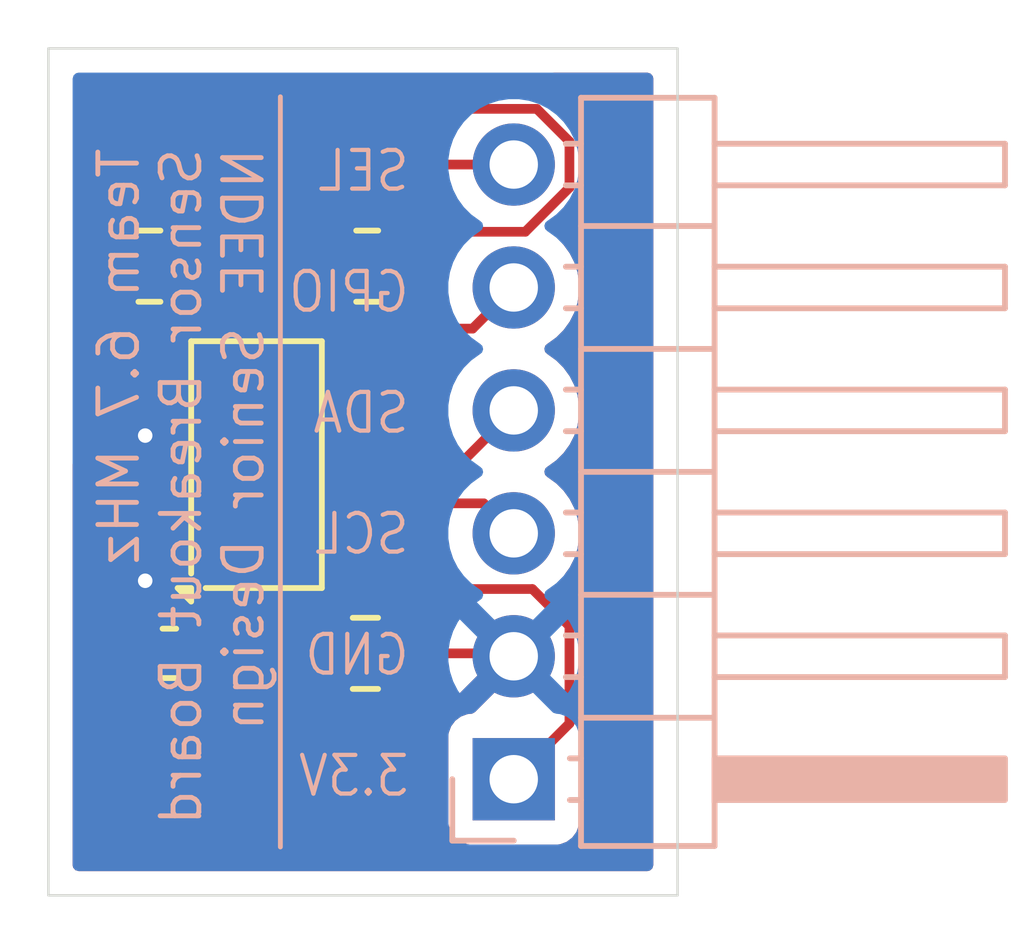
<source format=kicad_pcb>
(kicad_pcb (version 20241229) (generator "pcbnew") (generator_version "9.0")
  (layers (0 "F.Cu" signal) (2 "B.Cu" signal) (13 "F.Paste" user) (15 "B.Paste" user) (5 "F.SilkS" user "F.Silkscreen") (7 "B.SilkS" user "B.Silkscreen") (1 "F.Mask" user) (3 "B.Mask" user) (25 "Edge.Cuts" user))
  (net 0 "")
  (net 1 "GND")
  (net 2 "+3.3V")
  (net 3 "MCU_SCL")
  (net 4 "MCU_SDA")
  (net 5 "SENSOR_GPIO")
  (net 6 "SENSOR_SELECT")
  (footprint "Capacitor_SMD:C_0603_1608Metric" (layer "F.Cu") (at 136.5 79.5 180)
    (property "Reference" "C2" (hide yes))
    (property "Value" "100n" (hide yes))
    (fp_line (start -0.14058 0.51) (end 0.14058 0.51) (stroke (width 0.12)) (layer "F.SilkS"))
    (fp_line (start -0.14058 -0.51) (end 0.14058 -0.51) (stroke (width 0.12)) (layer "F.SilkS"))
    (pad "1" smd roundrect (at -0.775 0 180) (size 0.9 0.95) (layers "F.Cu" "F.Mask" "F.Paste") (net 2 "+3.3V"))
    (pad "2" smd roundrect (at 0.775 0 180) (size 0.9 0.95) (layers "F.Cu" "F.Mask" "F.Paste") (net 1 "GND"))
  )
  (footprint "Resistor_SMD:R_0805_2012Metric" (layer "F.Cu") (at 140.5875 71.5 180)
    (property "Reference" "R2" (hide yes))
    (property "Value" "10k" (hide yes))
    (fp_line (start -0.227064 0.735) (end 0.227064 0.735) (stroke (width 0.12)) (layer "F.SilkS"))
    (fp_line (start -0.227064 -0.735) (end 0.227064 -0.735) (stroke (width 0.12)) (layer "F.SilkS"))
    (pad "1" smd roundrect (at -0.9125 0 180) (size 1.025 1.4) (layers "F.Cu" "F.Mask" "F.Paste") (roundrect_rratio 0.243902) (net 2 "+3.3V"))
    (pad "2" smd roundrect (at 0.9125 0 180) (size 1.025 1.4) (layers "F.Cu" "F.Mask" "F.Paste") (roundrect_rratio 0.243902) (net 5 "SENSOR_GPIO"))
  )
  (footprint "Sensor_Distance:ST_VL53L1x" (layer "F.Cu") (at 138.3 75.6 90)
    (property "Reference" "U1" (hide yes))
    (property "Value" "VL53L0CXV0DH1" (hide yes))
    (fp_line (start 2.55 -1.35) (end -2.25 -1.35) (stroke (width 0.12)) (layer "F.SilkS"))
    (fp_line (start -2.55 -1.05) (end -2.55 1.35) (stroke (width 0.12)) (layer "F.SilkS"))
    (fp_line (start 2.55 1.35) (end 2.55 -1.35) (stroke (width 0.12)) (layer "F.SilkS"))
    (fp_line (start -2.55 1.35) (end 2.55 1.35) (stroke (width 0.12)) (layer "F.SilkS"))
    (fp_poly (pts (xy -2.55 -1.35) (xy -2.83 -1.35) (xy -2.55 -1.63) (xy -2.55 -1.35)) (stroke (width 0.12)) (fill yes) (layer "F.SilkS"))
    (pad "1" smd roundrect (at -1.74 -0.675 90) (size 0.38 0.25) (layers "F.Cu" "F.Mask" "F.Paste") (net 2 "+3.3V"))
    (pad "1" smd roundrect (at -1.6 -0.8 90) (size 0.5 0.5) (layers "F.Cu" "F.Mask" "F.Paste") (net 2 "+3.3V"))
    (pad "2" smd roundrect (at -0.8 -0.8 90) (size 0.5 0.5) (layers "F.Cu" "F.Mask" "F.Paste") (net 1 "GND"))
    (pad "3" smd roundrect (at 0 -0.8 90) (size 0.5 0.5) (layers "F.Cu" "F.Mask" "F.Paste") (net 1 "GND"))
    (pad "4" smd roundrect (at 0.8 -0.8 90) (size 0.5 0.5) (layers "F.Cu" "F.Mask" "F.Paste") (net 1 "GND"))
    (pad "5" smd roundrect (at 1.6 -0.8 90) (size 0.5 0.5) (layers "F.Cu" "F.Mask" "F.Paste") (net 6 "SENSOR_SELECT"))
    (pad "6" smd roundrect (at 1.6 0 90) (size 0.5 0.5) (layers "F.Cu" "F.Mask" "F.Paste") (net 1 "GND"))
    (pad "7" smd roundrect (at 1.6 0.8 90) (size 0.5 0.5) (layers "F.Cu" "F.Mask" "F.Paste") (net 5 "SENSOR_GPIO"))
    (pad "8" smd roundrect (at 0.8 0.8 90) (size 0.5 0.5) (layers "F.Cu" "F.Mask" "F.Paste"))
    (pad "9" smd roundrect (at 0 0.8 90) (size 0.5 0.5) (layers "F.Cu" "F.Mask" "F.Paste") (net 4 "MCU_SDA"))
    (pad "10" smd roundrect (at -0.8 0.8 90) (size 0.5 0.5) (layers "F.Cu" "F.Mask" "F.Paste") (net 3 "MCU_SCL"))
    (pad "11" smd roundrect (at -1.6 0.8 90) (size 0.5 0.5) (layers "F.Cu" "F.Mask" "F.Paste") (net 2 "+3.3V"))
    (pad "12" smd roundrect (at -1.6 0 90) (size 0.5 0.5) (layers "F.Cu" "F.Mask" "F.Paste") (net 1 "GND"))
  )
  (footprint "Capacitor_SMD:C_0805_2012Metric" (layer "F.Cu") (at 140.55 79.5)
    (property "Reference" "C1" (hide yes))
    (property "Value" "4.7u" (hide yes))
    (fp_line (start -0.261252 -0.735) (end 0.261252 -0.735) (stroke (width 0.12)) (layer "F.SilkS"))
    (fp_line (start -0.261252 0.735) (end 0.261252 0.735) (stroke (width 0.12)) (layer "F.SilkS"))
    (pad "1" smd roundrect (at -0.95 0) (size 1 1.45) (layers "F.Cu" "F.Mask" "F.Paste") (net 2 "+3.3V"))
    (pad "2" smd roundrect (at 0.95 0) (size 1 1.45) (layers "F.Cu" "F.Mask" "F.Paste") (net 1 "GND"))
  )
  (footprint "Resistor_SMD:R_0805_2012Metric" (layer "F.Cu") (at 136.0875 71.5)
    (property "Reference" "R1" (hide yes))
    (property "Value" "10k" (hide yes))
    (fp_line (start -0.227064 -0.735) (end 0.227064 -0.735) (stroke (width 0.12)) (layer "F.SilkS"))
    (fp_line (start -0.227064 0.735) (end 0.227064 0.735) (stroke (width 0.12)) (layer "F.SilkS"))
    (pad "1" smd roundrect (at -0.9125 0) (size 1.025 1.4) (layers "F.Cu" "F.Mask" "F.Paste") (roundrect_rratio 0.243902) (net 2 "+3.3V"))
    (pad "2" smd roundrect (at 0.9125 0) (size 1.025 1.4) (layers "F.Cu" "F.Mask" "F.Paste") (roundrect_rratio 0.243902) (net 6 "SENSOR_SELECT"))
  )
  (footprint "Connector_PinHeader_2.54mm:PinHeader_1x06_P2.54mm_Horizontal" (layer "B.Cu") (at 143.615 82.1)
    (property "Reference" "J1" (hide yes))
    (property "Value" "Conn_01x06_Pin" (hide yes))
    (fp_line (start -1.27 0) (end -1.27 1.27) (stroke (width 0.12)) (layer "B.SilkS"))
    (fp_line (start -1.27 1.27) (end 0 1.27) (stroke (width 0.12)) (layer "B.SilkS"))
    (fp_line (start 1.077358 -13.13) (end 1.39 -13.13) (stroke (width 0.12)) (layer "B.SilkS"))
    (fp_line (start 1.077358 -12.27) (end 1.39 -12.27) (stroke (width 0.12)) (layer "B.SilkS"))
    (fp_line (start 1.077358 -10.59) (end 1.39 -10.59) (stroke (width 0.12)) (layer "B.SilkS"))
    (fp_line (start 1.077358 -9.73) (end 1.39 -9.73) (stroke (width 0.12)) (layer "B.SilkS"))
    (fp_line (start 1.077358 -8.05) (end 1.39 -8.05) (stroke (width 0.12)) (layer "B.SilkS"))
    (fp_line (start 1.077358 -7.19) (end 1.39 -7.19) (stroke (width 0.12)) (layer "B.SilkS"))
    (fp_line (start 1.077358 -5.51) (end 1.39 -5.51) (stroke (width 0.12)) (layer "B.SilkS"))
    (fp_line (start 1.077358 -4.65) (end 1.39 -4.65) (stroke (width 0.12)) (layer "B.SilkS"))
    (fp_line (start 1.077358 -2.97) (end 1.39 -2.97) (stroke (width 0.12)) (layer "B.SilkS"))
    (fp_line (start 1.077358 -2.11) (end 1.39 -2.11) (stroke (width 0.12)) (layer "B.SilkS"))
    (fp_line (start 1.16 -0.43) (end 1.39 -0.43) (stroke (width 0.12)) (layer "B.SilkS"))
    (fp_line (start 1.16 0.43) (end 1.39 0.43) (stroke (width 0.12)) (layer "B.SilkS"))
    (fp_line (start 1.39 -14.08) (end 4.15 -14.08) (stroke (width 0.12)) (layer "B.SilkS"))
    (fp_line (start 1.39 -11.43) (end 4.15 -11.43) (stroke (width 0.12)) (layer "B.SilkS"))
    (fp_line (start 1.39 -8.89) (end 4.15 -8.89) (stroke (width 0.12)) (layer "B.SilkS"))
    (fp_line (start 1.39 -6.35) (end 4.15 -6.35) (stroke (width 0.12)) (layer "B.SilkS"))
    (fp_line (start 1.39 -3.81) (end 4.15 -3.81) (stroke (width 0.12)) (layer "B.SilkS"))
    (fp_line (start 1.39 -1.27) (end 4.15 -1.27) (stroke (width 0.12)) (layer "B.SilkS"))
    (fp_line (start 1.39 1.38) (end 1.39 -14.08) (stroke (width 0.12)) (layer "B.SilkS"))
    (fp_line (start 4.15 -14.08) (end 4.15 1.38) (stroke (width 0.12)) (layer "B.SilkS"))
    (fp_line (start 4.15 -12.27) (end 10.15 -12.27) (stroke (width 0.12)) (layer "B.SilkS"))
    (fp_line (start 4.15 -9.73) (end 10.15 -9.73) (stroke (width 0.12)) (layer "B.SilkS"))
    (fp_line (start 4.15 -7.19) (end 10.15 -7.19) (stroke (width 0.12)) (layer "B.SilkS"))
    (fp_line (start 4.15 -4.65) (end 10.15 -4.65) (stroke (width 0.12)) (layer "B.SilkS"))
    (fp_line (start 4.15 -2.11) (end 10.15 -2.11) (stroke (width 0.12)) (layer "B.SilkS"))
    (fp_line (start 4.15 1.38) (end 1.39 1.38) (stroke (width 0.12)) (layer "B.SilkS"))
    (fp_line (start 10.15 -13.13) (end 4.15 -13.13) (stroke (width 0.12)) (layer "B.SilkS"))
    (fp_line (start 10.15 -12.27) (end 10.15 -13.13) (stroke (width 0.12)) (layer "B.SilkS"))
    (fp_line (start 10.15 -10.59) (end 4.15 -10.59) (stroke (width 0.12)) (layer "B.SilkS"))
    (fp_line (start 10.15 -9.73) (end 10.15 -10.59) (stroke (width 0.12)) (layer "B.SilkS"))
    (fp_line (start 10.15 -8.05) (end 4.15 -8.05) (stroke (width 0.12)) (layer "B.SilkS"))
    (fp_line (start 10.15 -7.19) (end 10.15 -8.05) (stroke (width 0.12)) (layer "B.SilkS"))
    (fp_line (start 10.15 -5.51) (end 4.15 -5.51) (stroke (width 0.12)) (layer "B.SilkS"))
    (fp_line (start 10.15 -4.65) (end 10.15 -5.51) (stroke (width 0.12)) (layer "B.SilkS"))
    (fp_line (start 10.15 -2.97) (end 4.15 -2.97) (stroke (width 0.12)) (layer "B.SilkS"))
    (fp_line (start 10.15 -2.11) (end 10.15 -2.97) (stroke (width 0.12)) (layer "B.SilkS"))
    (fp_rect (start 4.15 0.43) (end 10.15 -0.43) (stroke (width 0.12)) (fill yes) (layer "B.SilkS"))
    (pad "1" thru_hole rect (at 0 0) (size 1.7 1.7) (drill 1) (layers "*.Cu" "*.Mask") (net 2 "+3.3V"))
    (pad "2" thru_hole circle (at 0 -2.54) (size 1.7 1.7) (drill 1) (layers "*.Cu" "*.Mask") (net 1 "GND"))
    (pad "3" thru_hole circle (at 0 -5.08) (size 1.7 1.7) (drill 1) (layers "*.Cu" "*.Mask") (net 3 "MCU_SCL"))
    (pad "4" thru_hole circle (at 0 -7.62) (size 1.7 1.7) (drill 1) (layers "*.Cu" "*.Mask") (net 4 "MCU_SDA"))
    (pad "5" thru_hole circle (at 0 -10.16) (size 1.7 1.7) (drill 1) (layers "*.Cu" "*.Mask") (net 5 "SENSOR_GPIO"))
    (pad "6" thru_hole circle (at 0 -12.7) (size 1.7 1.7) (drill 1) (layers "*.Cu" "*.Mask") (net 6 "SENSOR_SELECT"))
  )
  (gr_line (start 138.793329 68) (end 138.793329 83.5) (stroke (width 0.1)) (layer "B.SilkS"))
  (gr_rect (start 134 67) (end 147 84.5) (stroke (width 0.05)) (fill no) (layer "Edge.Cuts"))
  (gr_text "Team 6.7 MHz\nSensor Breakout Board\nNDEE Senior Design" (at 138.5 69 90) (layer "B.SilkS") (effects (font (size 0.8 0.8) (thickness 0.1)) (justify left bottom mirror)))
  (gr_text "3.3V" (at 141.5 82.5 0) (layer "B.SilkS") (effects (font (size 0.8 0.7) (thickness 0.0875)) (justify left bottom mirror)))
  (gr_text "GPIO" (at 141.5 72.5 0) (layer "B.SilkS") (effects (font (size 0.8 0.7) (thickness 0.0875)) (justify left bottom mirror)))
  (gr_text "SDA" (at 141.5 75 0) (layer "B.SilkS") (effects (font (size 0.8 0.7) (thickness 0.0875)) (justify left bottom mirror)))
  (gr_text "GND" (at 141.5 80 0) (layer "B.SilkS") (effects (font (size 0.8 0.7) (thickness 0.0875)) (justify left bottom mirror)))
  (gr_text "SEL" (at 141.5 70 0) (layer "B.SilkS") (effects (font (size 0.8 0.7) (thickness 0.0875)) (justify left bottom mirror)))
  (gr_text "SCL" (at 141.5 77.5 0) (layer "B.SilkS") (effects (font (size 0.8 0.7) (thickness 0.0875)) (justify left bottom mirror)))
  (segment (start 140.474 80.526) (end 136.751 80.526) (width 0.2) (layer "F.Cu") (net 1))
  (segment (start 137.749999 76.4) (end 137.5 76.4) (width 0.2) (layer "F.Cu") (net 1))
  (segment (start 141.5 79.5) (end 143.555 79.5) (width 0.2) (layer "F.Cu") (net 1))
  (segment (start 136.2 74.8) (end 136 75) (width 0.2) (layer "F.Cu") (net 1))
  (segment (start 136 78) (end 136 79.225) (width 0.2) (layer "F.Cu") (net 1))
  (segment (start 137.5 74.8) (end 137.5 75.6) (width 0.2) (layer "F.Cu") (net 1))
  (segment (start 136 79.225) (end 135.725 79.5) (width 0.2) (layer "F.Cu") (net 1))
  (segment (start 137.5 74.8) (end 136.2 74.8) (width 0.2) (layer "F.Cu") (net 1))
  (segment (start 138.3 77.2) (end 138.3 76.950001) (width 0.2) (layer "F.Cu") (net 1))
  (segment (start 143.555 79.5) (end 143.615 79.56) (width 0.2) (layer "F.Cu") (net 1))
  (segment (start 138.3 74.249999) (end 137.749999 74.8) (width 0.2) (layer "F.Cu") (net 1))
  (segment (start 141.5 79.5) (end 140.474 80.526) (width 0.2) (layer "F.Cu") (net 1))
  (segment (start 138.3 76.950001) (end 137.749999 76.4) (width 0.2) (layer "F.Cu") (net 1))
  (segment (start 138.3 74) (end 138.3 74.249999) (width 0.2) (layer "F.Cu") (net 1))
  (segment (start 136.751 80.526) (end 135.725 79.5) (width 0.2) (layer "F.Cu") (net 1))
  (segment (start 137.5 75.6) (end 137.5 76.4) (width 0.2) (layer "F.Cu") (net 1))
  (segment (start 137.749999 74.8) (end 137.5 74.8) (width 0.2) (layer "F.Cu") (net 1))
  (via (at 136 75) (size 0.6) (drill 0.3) (layers "F.Cu" "B.Cu") (net 1))
  (via (at 136 78) (size 0.6) (drill 0.3) (layers "F.Cu" "B.Cu") (net 1))
  (segment (start 136 75) (end 136 78) (width 0.2) (layer "B.Cu") (net 1))
  (segment (start 137.625 79.15) (end 137.275 79.5) (width 0.2) (layer "F.Cu") (net 2))
  (segment (start 139.6 79.5) (end 139.6 77.7) (width 0.2) (layer "F.Cu") (net 2))
  (segment (start 143.85376 70.789) (end 144.766 69.87676) (width 0.2) (layer "F.Cu") (net 2))
  (segment (start 144.766 80.949) (end 144.766 78.937) (width 0.2) (layer "F.Cu") (net 2))
  (segment (start 141.5 71.5) (end 142.211 70.789) (width 0.2) (layer "F.Cu") (net 2))
  (segment (start 144.766 68.92324) (end 144.09176 68.249) (width 0.2) (layer "F.Cu") (net 2))
  (segment (start 137.5 77.2) (end 137.250001 77.2) (width 0.2) (layer "F.Cu") (net 2))
  (segment (start 143.615 82.1) (end 144.766 80.949) (width 0.2) (layer "F.Cu") (net 2))
  (segment (start 137.250001 77.2) (end 135.175 75.124999) (width 0.2) (layer "F.Cu") (net 2))
  (segment (start 139.6 77.7) (end 139.1 77.2) (width 0.2) (layer "F.Cu") (net 2))
  (segment (start 144 78.171) (end 140.071 78.171) (width 0.2) (layer "F.Cu") (net 2))
  (segment (start 137.275 79.5) (end 139.6 79.5) (width 0.2) (layer "F.Cu") (net 2))
  (segment (start 142.211 70.789) (end 143.85376 70.789) (width 0.2) (layer "F.Cu") (net 2))
  (segment (start 144.09176 68.249) (end 138.426 68.249) (width 0.2) (layer "F.Cu") (net 2))
  (segment (start 137.625 77.34) (end 137.625 79.15) (width 0.2) (layer "F.Cu") (net 2))
  (segment (start 140.071 78.171) (end 139.1 77.2) (width 0.2) (layer "F.Cu") (net 2))
  (segment (start 138.426 68.249) (end 135.175 71.5) (width 0.2) (layer "F.Cu") (net 2))
  (segment (start 144.766 69.87676) (end 144.766 68.92324) (width 0.2) (layer "F.Cu") (net 2))
  (segment (start 144.766 78.937) (end 144 78.171) (width 0.2) (layer "F.Cu") (net 2))
  (segment (start 135.175 75.124999) (end 135.175 71.5) (width 0.2) (layer "F.Cu") (net 2))
  (segment (start 139.1 76.4) (end 142.995 76.4) (width 0.2) (layer "F.Cu") (net 3))
  (segment (start 142.995 76.4) (end 143.615 77.02) (width 0.2) (layer "F.Cu") (net 3))
  (segment (start 139.1 75.6) (end 142.495 75.6) (width 0.2) (layer "F.Cu") (net 4))
  (segment (start 142.495 75.6) (end 143.615 74.48) (width 0.2) (layer "F.Cu") (net 4))
  (segment (start 142.765 72.79) (end 140.965 72.79) (width 0.2) (layer "F.Cu") (net 5))
  (segment (start 140.965 72.79) (end 139.675 71.5) (width 0.2) (layer "F.Cu") (net 5))
  (segment (start 139.1 74) (end 139.1 72.075) (width 0.2) (layer "F.Cu") (net 5))
  (segment (start 139.1 72.075) (end 139.675 71.5) (width 0.2) (layer "F.Cu") (net 5))
  (segment (start 143.615 71.94) (end 142.765 72.79) (width 0.2) (layer "F.Cu") (net 5))
  (segment (start 137 71.5) (end 139.1 69.4) (width 0.2) (layer "F.Cu") (net 6))
  (segment (start 139.1 69.4) (end 143.615 69.4) (width 0.2) (layer "F.Cu") (net 6))
  (segment (start 137 71.5) (end 137 73.5) (width 0.2) (layer "F.Cu") (net 6))
  (segment (start 137 73.5) (end 137.5 74) (width 0.2) (layer "F.Cu") (net 6))
  (zone (net 1) (net_name "GND") (layer "F.Cu") (connect_pads (clearance 0.5)) (min_thickness 0.25) (fill yes (thermal_gap 0.5) (thermal_bridge_width 0.5))
    (polygon (pts (xy 133.5 66.5) (xy 147.5 66.5) (xy 147.5 85) (xy 133.5 85)))
  )
  (zone (net 1) (net_name "GND") (layer "B.Cu") (priority 1) (connect_pads (clearance 0.5)) (min_thickness 0.25) (fill yes (thermal_gap 0.5) (thermal_bridge_width 0.5))
    (polygon (pts (xy 133 66) (xy 148 66) (xy 148 85.5) (xy 133 85.5)))
  )
)
</source>
